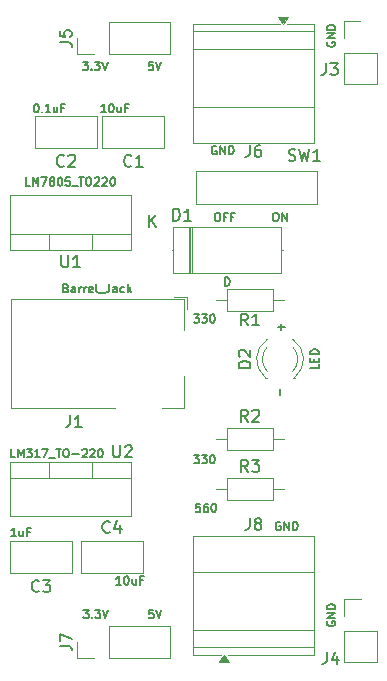
<source format=gbr>
%TF.GenerationSoftware,KiCad,Pcbnew,9.0.7*%
%TF.CreationDate,2026-02-03T13:24:39+02:00*%
%TF.ProjectId,Breadboard_Power_Supply,42726561-6462-46f6-9172-645f506f7765,rev?*%
%TF.SameCoordinates,Original*%
%TF.FileFunction,Legend,Top*%
%TF.FilePolarity,Positive*%
%FSLAX46Y46*%
G04 Gerber Fmt 4.6, Leading zero omitted, Abs format (unit mm)*
G04 Created by KiCad (PCBNEW 9.0.7) date 2026-02-03 13:24:39*
%MOMM*%
%LPD*%
G01*
G04 APERTURE LIST*
%ADD10C,0.175000*%
%ADD11C,0.150000*%
%ADD12C,0.120000*%
G04 APERTURE END LIST*
D10*
X130282664Y-98044566D02*
X130215997Y-98011233D01*
X130215997Y-98011233D02*
X130115997Y-98011233D01*
X130115997Y-98011233D02*
X130015997Y-98044566D01*
X130015997Y-98044566D02*
X129949331Y-98111233D01*
X129949331Y-98111233D02*
X129915997Y-98177900D01*
X129915997Y-98177900D02*
X129882664Y-98311233D01*
X129882664Y-98311233D02*
X129882664Y-98411233D01*
X129882664Y-98411233D02*
X129915997Y-98544566D01*
X129915997Y-98544566D02*
X129949331Y-98611233D01*
X129949331Y-98611233D02*
X130015997Y-98677900D01*
X130015997Y-98677900D02*
X130115997Y-98711233D01*
X130115997Y-98711233D02*
X130182664Y-98711233D01*
X130182664Y-98711233D02*
X130282664Y-98677900D01*
X130282664Y-98677900D02*
X130315997Y-98644566D01*
X130315997Y-98644566D02*
X130315997Y-98411233D01*
X130315997Y-98411233D02*
X130182664Y-98411233D01*
X130615997Y-98711233D02*
X130615997Y-98011233D01*
X130615997Y-98011233D02*
X131015997Y-98711233D01*
X131015997Y-98711233D02*
X131015997Y-98011233D01*
X131349330Y-98711233D02*
X131349330Y-98011233D01*
X131349330Y-98011233D02*
X131515997Y-98011233D01*
X131515997Y-98011233D02*
X131615997Y-98044566D01*
X131615997Y-98044566D02*
X131682664Y-98111233D01*
X131682664Y-98111233D02*
X131715997Y-98177900D01*
X131715997Y-98177900D02*
X131749330Y-98311233D01*
X131749330Y-98311233D02*
X131749330Y-98411233D01*
X131749330Y-98411233D02*
X131715997Y-98544566D01*
X131715997Y-98544566D02*
X131682664Y-98611233D01*
X131682664Y-98611233D02*
X131615997Y-98677900D01*
X131615997Y-98677900D02*
X131515997Y-98711233D01*
X131515997Y-98711233D02*
X131349330Y-98711233D01*
X124875131Y-71849233D02*
X125008464Y-71849233D01*
X125008464Y-71849233D02*
X125075131Y-71882566D01*
X125075131Y-71882566D02*
X125141797Y-71949233D01*
X125141797Y-71949233D02*
X125175131Y-72082566D01*
X125175131Y-72082566D02*
X125175131Y-72315900D01*
X125175131Y-72315900D02*
X125141797Y-72449233D01*
X125141797Y-72449233D02*
X125075131Y-72515900D01*
X125075131Y-72515900D02*
X125008464Y-72549233D01*
X125008464Y-72549233D02*
X124875131Y-72549233D01*
X124875131Y-72549233D02*
X124808464Y-72515900D01*
X124808464Y-72515900D02*
X124741797Y-72449233D01*
X124741797Y-72449233D02*
X124708464Y-72315900D01*
X124708464Y-72315900D02*
X124708464Y-72082566D01*
X124708464Y-72082566D02*
X124741797Y-71949233D01*
X124741797Y-71949233D02*
X124808464Y-71882566D01*
X124808464Y-71882566D02*
X124875131Y-71849233D01*
X125708464Y-72182566D02*
X125475130Y-72182566D01*
X125475130Y-72549233D02*
X125475130Y-71849233D01*
X125475130Y-71849233D02*
X125808464Y-71849233D01*
X126308464Y-72182566D02*
X126075130Y-72182566D01*
X126075130Y-72549233D02*
X126075130Y-71849233D01*
X126075130Y-71849233D02*
X126408464Y-71849233D01*
X134261766Y-57415935D02*
X134228433Y-57482602D01*
X134228433Y-57482602D02*
X134228433Y-57582602D01*
X134228433Y-57582602D02*
X134261766Y-57682602D01*
X134261766Y-57682602D02*
X134328433Y-57749269D01*
X134328433Y-57749269D02*
X134395100Y-57782602D01*
X134395100Y-57782602D02*
X134528433Y-57815935D01*
X134528433Y-57815935D02*
X134628433Y-57815935D01*
X134628433Y-57815935D02*
X134761766Y-57782602D01*
X134761766Y-57782602D02*
X134828433Y-57749269D01*
X134828433Y-57749269D02*
X134895100Y-57682602D01*
X134895100Y-57682602D02*
X134928433Y-57582602D01*
X134928433Y-57582602D02*
X134928433Y-57515935D01*
X134928433Y-57515935D02*
X134895100Y-57415935D01*
X134895100Y-57415935D02*
X134861766Y-57382602D01*
X134861766Y-57382602D02*
X134628433Y-57382602D01*
X134628433Y-57382602D02*
X134628433Y-57515935D01*
X134928433Y-57082602D02*
X134228433Y-57082602D01*
X134228433Y-57082602D02*
X134928433Y-56682602D01*
X134928433Y-56682602D02*
X134228433Y-56682602D01*
X134928433Y-56349269D02*
X134228433Y-56349269D01*
X134228433Y-56349269D02*
X134228433Y-56182602D01*
X134228433Y-56182602D02*
X134261766Y-56082602D01*
X134261766Y-56082602D02*
X134328433Y-56015936D01*
X134328433Y-56015936D02*
X134395100Y-55982602D01*
X134395100Y-55982602D02*
X134528433Y-55949269D01*
X134528433Y-55949269D02*
X134628433Y-55949269D01*
X134628433Y-55949269D02*
X134761766Y-55982602D01*
X134761766Y-55982602D02*
X134828433Y-56015936D01*
X134828433Y-56015936D02*
X134895100Y-56082602D01*
X134895100Y-56082602D02*
X134928433Y-56182602D01*
X134928433Y-56182602D02*
X134928433Y-56349269D01*
X129828131Y-71849233D02*
X129961464Y-71849233D01*
X129961464Y-71849233D02*
X130028131Y-71882566D01*
X130028131Y-71882566D02*
X130094797Y-71949233D01*
X130094797Y-71949233D02*
X130128131Y-72082566D01*
X130128131Y-72082566D02*
X130128131Y-72315900D01*
X130128131Y-72315900D02*
X130094797Y-72449233D01*
X130094797Y-72449233D02*
X130028131Y-72515900D01*
X130028131Y-72515900D02*
X129961464Y-72549233D01*
X129961464Y-72549233D02*
X129828131Y-72549233D01*
X129828131Y-72549233D02*
X129761464Y-72515900D01*
X129761464Y-72515900D02*
X129694797Y-72449233D01*
X129694797Y-72449233D02*
X129661464Y-72315900D01*
X129661464Y-72315900D02*
X129661464Y-72082566D01*
X129661464Y-72082566D02*
X129694797Y-71949233D01*
X129694797Y-71949233D02*
X129761464Y-71882566D01*
X129761464Y-71882566D02*
X129828131Y-71849233D01*
X130428130Y-72549233D02*
X130428130Y-71849233D01*
X130428130Y-71849233D02*
X130828130Y-72549233D01*
X130828130Y-72549233D02*
X130828130Y-71849233D01*
X130270766Y-87322802D02*
X130270766Y-86789469D01*
X113600731Y-105478833D02*
X114034064Y-105478833D01*
X114034064Y-105478833D02*
X113800731Y-105745500D01*
X113800731Y-105745500D02*
X113900731Y-105745500D01*
X113900731Y-105745500D02*
X113967397Y-105778833D01*
X113967397Y-105778833D02*
X114000731Y-105812166D01*
X114000731Y-105812166D02*
X114034064Y-105878833D01*
X114034064Y-105878833D02*
X114034064Y-106045500D01*
X114034064Y-106045500D02*
X114000731Y-106112166D01*
X114000731Y-106112166D02*
X113967397Y-106145500D01*
X113967397Y-106145500D02*
X113900731Y-106178833D01*
X113900731Y-106178833D02*
X113700731Y-106178833D01*
X113700731Y-106178833D02*
X113634064Y-106145500D01*
X113634064Y-106145500D02*
X113600731Y-106112166D01*
X114334064Y-106112166D02*
X114367398Y-106145500D01*
X114367398Y-106145500D02*
X114334064Y-106178833D01*
X114334064Y-106178833D02*
X114300731Y-106145500D01*
X114300731Y-106145500D02*
X114334064Y-106112166D01*
X114334064Y-106112166D02*
X114334064Y-106178833D01*
X114600731Y-105478833D02*
X115034064Y-105478833D01*
X115034064Y-105478833D02*
X114800731Y-105745500D01*
X114800731Y-105745500D02*
X114900731Y-105745500D01*
X114900731Y-105745500D02*
X114967397Y-105778833D01*
X114967397Y-105778833D02*
X115000731Y-105812166D01*
X115000731Y-105812166D02*
X115034064Y-105878833D01*
X115034064Y-105878833D02*
X115034064Y-106045500D01*
X115034064Y-106045500D02*
X115000731Y-106112166D01*
X115000731Y-106112166D02*
X114967397Y-106145500D01*
X114967397Y-106145500D02*
X114900731Y-106178833D01*
X114900731Y-106178833D02*
X114700731Y-106178833D01*
X114700731Y-106178833D02*
X114634064Y-106145500D01*
X114634064Y-106145500D02*
X114600731Y-106112166D01*
X115234064Y-105478833D02*
X115467398Y-106178833D01*
X115467398Y-106178833D02*
X115700731Y-105478833D01*
X124847064Y-66243766D02*
X124780397Y-66210433D01*
X124780397Y-66210433D02*
X124680397Y-66210433D01*
X124680397Y-66210433D02*
X124580397Y-66243766D01*
X124580397Y-66243766D02*
X124513731Y-66310433D01*
X124513731Y-66310433D02*
X124480397Y-66377100D01*
X124480397Y-66377100D02*
X124447064Y-66510433D01*
X124447064Y-66510433D02*
X124447064Y-66610433D01*
X124447064Y-66610433D02*
X124480397Y-66743766D01*
X124480397Y-66743766D02*
X124513731Y-66810433D01*
X124513731Y-66810433D02*
X124580397Y-66877100D01*
X124580397Y-66877100D02*
X124680397Y-66910433D01*
X124680397Y-66910433D02*
X124747064Y-66910433D01*
X124747064Y-66910433D02*
X124847064Y-66877100D01*
X124847064Y-66877100D02*
X124880397Y-66843766D01*
X124880397Y-66843766D02*
X124880397Y-66610433D01*
X124880397Y-66610433D02*
X124747064Y-66610433D01*
X125180397Y-66910433D02*
X125180397Y-66210433D01*
X125180397Y-66210433D02*
X125580397Y-66910433D01*
X125580397Y-66910433D02*
X125580397Y-66210433D01*
X125913730Y-66910433D02*
X125913730Y-66210433D01*
X125913730Y-66210433D02*
X126080397Y-66210433D01*
X126080397Y-66210433D02*
X126180397Y-66243766D01*
X126180397Y-66243766D02*
X126247064Y-66310433D01*
X126247064Y-66310433D02*
X126280397Y-66377100D01*
X126280397Y-66377100D02*
X126313730Y-66510433D01*
X126313730Y-66510433D02*
X126313730Y-66610433D01*
X126313730Y-66610433D02*
X126280397Y-66743766D01*
X126280397Y-66743766D02*
X126247064Y-66810433D01*
X126247064Y-66810433D02*
X126180397Y-66877100D01*
X126180397Y-66877100D02*
X126080397Y-66910433D01*
X126080397Y-66910433D02*
X125913730Y-66910433D01*
X113549931Y-59073033D02*
X113983264Y-59073033D01*
X113983264Y-59073033D02*
X113749931Y-59339700D01*
X113749931Y-59339700D02*
X113849931Y-59339700D01*
X113849931Y-59339700D02*
X113916597Y-59373033D01*
X113916597Y-59373033D02*
X113949931Y-59406366D01*
X113949931Y-59406366D02*
X113983264Y-59473033D01*
X113983264Y-59473033D02*
X113983264Y-59639700D01*
X113983264Y-59639700D02*
X113949931Y-59706366D01*
X113949931Y-59706366D02*
X113916597Y-59739700D01*
X113916597Y-59739700D02*
X113849931Y-59773033D01*
X113849931Y-59773033D02*
X113649931Y-59773033D01*
X113649931Y-59773033D02*
X113583264Y-59739700D01*
X113583264Y-59739700D02*
X113549931Y-59706366D01*
X114283264Y-59706366D02*
X114316598Y-59739700D01*
X114316598Y-59739700D02*
X114283264Y-59773033D01*
X114283264Y-59773033D02*
X114249931Y-59739700D01*
X114249931Y-59739700D02*
X114283264Y-59706366D01*
X114283264Y-59706366D02*
X114283264Y-59773033D01*
X114549931Y-59073033D02*
X114983264Y-59073033D01*
X114983264Y-59073033D02*
X114749931Y-59339700D01*
X114749931Y-59339700D02*
X114849931Y-59339700D01*
X114849931Y-59339700D02*
X114916597Y-59373033D01*
X114916597Y-59373033D02*
X114949931Y-59406366D01*
X114949931Y-59406366D02*
X114983264Y-59473033D01*
X114983264Y-59473033D02*
X114983264Y-59639700D01*
X114983264Y-59639700D02*
X114949931Y-59706366D01*
X114949931Y-59706366D02*
X114916597Y-59739700D01*
X114916597Y-59739700D02*
X114849931Y-59773033D01*
X114849931Y-59773033D02*
X114649931Y-59773033D01*
X114649931Y-59773033D02*
X114583264Y-59739700D01*
X114583264Y-59739700D02*
X114549931Y-59706366D01*
X115183264Y-59073033D02*
X115416598Y-59773033D01*
X115416598Y-59773033D02*
X115649931Y-59073033D01*
X130372366Y-81811002D02*
X130372366Y-81277669D01*
X130639033Y-81544335D02*
X130105700Y-81544335D01*
X119512531Y-105478833D02*
X119179197Y-105478833D01*
X119179197Y-105478833D02*
X119145864Y-105812166D01*
X119145864Y-105812166D02*
X119179197Y-105778833D01*
X119179197Y-105778833D02*
X119245864Y-105745500D01*
X119245864Y-105745500D02*
X119412531Y-105745500D01*
X119412531Y-105745500D02*
X119479197Y-105778833D01*
X119479197Y-105778833D02*
X119512531Y-105812166D01*
X119512531Y-105812166D02*
X119545864Y-105878833D01*
X119545864Y-105878833D02*
X119545864Y-106045500D01*
X119545864Y-106045500D02*
X119512531Y-106112166D01*
X119512531Y-106112166D02*
X119479197Y-106145500D01*
X119479197Y-106145500D02*
X119412531Y-106178833D01*
X119412531Y-106178833D02*
X119245864Y-106178833D01*
X119245864Y-106178833D02*
X119179197Y-106145500D01*
X119179197Y-106145500D02*
X119145864Y-106112166D01*
X119745864Y-105478833D02*
X119979198Y-106178833D01*
X119979198Y-106178833D02*
X120212531Y-105478833D01*
X119487131Y-59073033D02*
X119153797Y-59073033D01*
X119153797Y-59073033D02*
X119120464Y-59406366D01*
X119120464Y-59406366D02*
X119153797Y-59373033D01*
X119153797Y-59373033D02*
X119220464Y-59339700D01*
X119220464Y-59339700D02*
X119387131Y-59339700D01*
X119387131Y-59339700D02*
X119453797Y-59373033D01*
X119453797Y-59373033D02*
X119487131Y-59406366D01*
X119487131Y-59406366D02*
X119520464Y-59473033D01*
X119520464Y-59473033D02*
X119520464Y-59639700D01*
X119520464Y-59639700D02*
X119487131Y-59706366D01*
X119487131Y-59706366D02*
X119453797Y-59739700D01*
X119453797Y-59739700D02*
X119387131Y-59773033D01*
X119387131Y-59773033D02*
X119220464Y-59773033D01*
X119220464Y-59773033D02*
X119153797Y-59739700D01*
X119153797Y-59739700D02*
X119120464Y-59706366D01*
X119720464Y-59073033D02*
X119953798Y-59773033D01*
X119953798Y-59773033D02*
X120187131Y-59073033D01*
X134261766Y-106463335D02*
X134228433Y-106530002D01*
X134228433Y-106530002D02*
X134228433Y-106630002D01*
X134228433Y-106630002D02*
X134261766Y-106730002D01*
X134261766Y-106730002D02*
X134328433Y-106796669D01*
X134328433Y-106796669D02*
X134395100Y-106830002D01*
X134395100Y-106830002D02*
X134528433Y-106863335D01*
X134528433Y-106863335D02*
X134628433Y-106863335D01*
X134628433Y-106863335D02*
X134761766Y-106830002D01*
X134761766Y-106830002D02*
X134828433Y-106796669D01*
X134828433Y-106796669D02*
X134895100Y-106730002D01*
X134895100Y-106730002D02*
X134928433Y-106630002D01*
X134928433Y-106630002D02*
X134928433Y-106563335D01*
X134928433Y-106563335D02*
X134895100Y-106463335D01*
X134895100Y-106463335D02*
X134861766Y-106430002D01*
X134861766Y-106430002D02*
X134628433Y-106430002D01*
X134628433Y-106430002D02*
X134628433Y-106563335D01*
X134928433Y-106130002D02*
X134228433Y-106130002D01*
X134228433Y-106130002D02*
X134928433Y-105730002D01*
X134928433Y-105730002D02*
X134228433Y-105730002D01*
X134928433Y-105396669D02*
X134228433Y-105396669D01*
X134228433Y-105396669D02*
X134228433Y-105230002D01*
X134228433Y-105230002D02*
X134261766Y-105130002D01*
X134261766Y-105130002D02*
X134328433Y-105063336D01*
X134328433Y-105063336D02*
X134395100Y-105030002D01*
X134395100Y-105030002D02*
X134528433Y-104996669D01*
X134528433Y-104996669D02*
X134628433Y-104996669D01*
X134628433Y-104996669D02*
X134761766Y-105030002D01*
X134761766Y-105030002D02*
X134828433Y-105063336D01*
X134828433Y-105063336D02*
X134895100Y-105130002D01*
X134895100Y-105130002D02*
X134928433Y-105230002D01*
X134928433Y-105230002D02*
X134928433Y-105396669D01*
D11*
X127533333Y-93784819D02*
X127200000Y-93308628D01*
X126961905Y-93784819D02*
X126961905Y-92784819D01*
X126961905Y-92784819D02*
X127342857Y-92784819D01*
X127342857Y-92784819D02*
X127438095Y-92832438D01*
X127438095Y-92832438D02*
X127485714Y-92880057D01*
X127485714Y-92880057D02*
X127533333Y-92975295D01*
X127533333Y-92975295D02*
X127533333Y-93118152D01*
X127533333Y-93118152D02*
X127485714Y-93213390D01*
X127485714Y-93213390D02*
X127438095Y-93261009D01*
X127438095Y-93261009D02*
X127342857Y-93308628D01*
X127342857Y-93308628D02*
X126961905Y-93308628D01*
X127866667Y-92784819D02*
X128485714Y-92784819D01*
X128485714Y-92784819D02*
X128152381Y-93165771D01*
X128152381Y-93165771D02*
X128295238Y-93165771D01*
X128295238Y-93165771D02*
X128390476Y-93213390D01*
X128390476Y-93213390D02*
X128438095Y-93261009D01*
X128438095Y-93261009D02*
X128485714Y-93356247D01*
X128485714Y-93356247D02*
X128485714Y-93594342D01*
X128485714Y-93594342D02*
X128438095Y-93689580D01*
X128438095Y-93689580D02*
X128390476Y-93737200D01*
X128390476Y-93737200D02*
X128295238Y-93784819D01*
X128295238Y-93784819D02*
X128009524Y-93784819D01*
X128009524Y-93784819D02*
X127914286Y-93737200D01*
X127914286Y-93737200D02*
X127866667Y-93689580D01*
X123477400Y-96491633D02*
X123144066Y-96491633D01*
X123144066Y-96491633D02*
X123110733Y-96824966D01*
X123110733Y-96824966D02*
X123144066Y-96791633D01*
X123144066Y-96791633D02*
X123210733Y-96758300D01*
X123210733Y-96758300D02*
X123377400Y-96758300D01*
X123377400Y-96758300D02*
X123444066Y-96791633D01*
X123444066Y-96791633D02*
X123477400Y-96824966D01*
X123477400Y-96824966D02*
X123510733Y-96891633D01*
X123510733Y-96891633D02*
X123510733Y-97058300D01*
X123510733Y-97058300D02*
X123477400Y-97124966D01*
X123477400Y-97124966D02*
X123444066Y-97158300D01*
X123444066Y-97158300D02*
X123377400Y-97191633D01*
X123377400Y-97191633D02*
X123210733Y-97191633D01*
X123210733Y-97191633D02*
X123144066Y-97158300D01*
X123144066Y-97158300D02*
X123110733Y-97124966D01*
X124110733Y-96491633D02*
X123977400Y-96491633D01*
X123977400Y-96491633D02*
X123910733Y-96524966D01*
X123910733Y-96524966D02*
X123877400Y-96558300D01*
X123877400Y-96558300D02*
X123810733Y-96658300D01*
X123810733Y-96658300D02*
X123777400Y-96791633D01*
X123777400Y-96791633D02*
X123777400Y-97058300D01*
X123777400Y-97058300D02*
X123810733Y-97124966D01*
X123810733Y-97124966D02*
X123844067Y-97158300D01*
X123844067Y-97158300D02*
X123910733Y-97191633D01*
X123910733Y-97191633D02*
X124044067Y-97191633D01*
X124044067Y-97191633D02*
X124110733Y-97158300D01*
X124110733Y-97158300D02*
X124144067Y-97124966D01*
X124144067Y-97124966D02*
X124177400Y-97058300D01*
X124177400Y-97058300D02*
X124177400Y-96891633D01*
X124177400Y-96891633D02*
X124144067Y-96824966D01*
X124144067Y-96824966D02*
X124110733Y-96791633D01*
X124110733Y-96791633D02*
X124044067Y-96758300D01*
X124044067Y-96758300D02*
X123910733Y-96758300D01*
X123910733Y-96758300D02*
X123844067Y-96791633D01*
X123844067Y-96791633D02*
X123810733Y-96824966D01*
X123810733Y-96824966D02*
X123777400Y-96891633D01*
X124610734Y-96491633D02*
X124677400Y-96491633D01*
X124677400Y-96491633D02*
X124744067Y-96524966D01*
X124744067Y-96524966D02*
X124777400Y-96558300D01*
X124777400Y-96558300D02*
X124810734Y-96624966D01*
X124810734Y-96624966D02*
X124844067Y-96758300D01*
X124844067Y-96758300D02*
X124844067Y-96924966D01*
X124844067Y-96924966D02*
X124810734Y-97058300D01*
X124810734Y-97058300D02*
X124777400Y-97124966D01*
X124777400Y-97124966D02*
X124744067Y-97158300D01*
X124744067Y-97158300D02*
X124677400Y-97191633D01*
X124677400Y-97191633D02*
X124610734Y-97191633D01*
X124610734Y-97191633D02*
X124544067Y-97158300D01*
X124544067Y-97158300D02*
X124510734Y-97124966D01*
X124510734Y-97124966D02*
X124477400Y-97058300D01*
X124477400Y-97058300D02*
X124444067Y-96924966D01*
X124444067Y-96924966D02*
X124444067Y-96758300D01*
X124444067Y-96758300D02*
X124477400Y-96624966D01*
X124477400Y-96624966D02*
X124510734Y-96558300D01*
X124510734Y-96558300D02*
X124544067Y-96524966D01*
X124544067Y-96524966D02*
X124610734Y-96491633D01*
X121207305Y-72516419D02*
X121207305Y-71516419D01*
X121207305Y-71516419D02*
X121445400Y-71516419D01*
X121445400Y-71516419D02*
X121588257Y-71564038D01*
X121588257Y-71564038D02*
X121683495Y-71659276D01*
X121683495Y-71659276D02*
X121731114Y-71754514D01*
X121731114Y-71754514D02*
X121778733Y-71944990D01*
X121778733Y-71944990D02*
X121778733Y-72087847D01*
X121778733Y-72087847D02*
X121731114Y-72278323D01*
X121731114Y-72278323D02*
X121683495Y-72373561D01*
X121683495Y-72373561D02*
X121588257Y-72468800D01*
X121588257Y-72468800D02*
X121445400Y-72516419D01*
X121445400Y-72516419D02*
X121207305Y-72516419D01*
X122731114Y-72516419D02*
X122159686Y-72516419D01*
X122445400Y-72516419D02*
X122445400Y-71516419D01*
X122445400Y-71516419D02*
X122350162Y-71659276D01*
X122350162Y-71659276D02*
X122254924Y-71754514D01*
X122254924Y-71754514D02*
X122159686Y-71802133D01*
X125597466Y-78040033D02*
X125597466Y-77340033D01*
X125597466Y-77340033D02*
X125764133Y-77340033D01*
X125764133Y-77340033D02*
X125864133Y-77373366D01*
X125864133Y-77373366D02*
X125930800Y-77440033D01*
X125930800Y-77440033D02*
X125964133Y-77506700D01*
X125964133Y-77506700D02*
X125997466Y-77640033D01*
X125997466Y-77640033D02*
X125997466Y-77740033D01*
X125997466Y-77740033D02*
X125964133Y-77873366D01*
X125964133Y-77873366D02*
X125930800Y-77940033D01*
X125930800Y-77940033D02*
X125864133Y-78006700D01*
X125864133Y-78006700D02*
X125764133Y-78040033D01*
X125764133Y-78040033D02*
X125597466Y-78040033D01*
X119168895Y-73086419D02*
X119168895Y-72086419D01*
X119740323Y-73086419D02*
X119311752Y-72514990D01*
X119740323Y-72086419D02*
X119168895Y-72657847D01*
X111943533Y-67859580D02*
X111895914Y-67907200D01*
X111895914Y-67907200D02*
X111753057Y-67954819D01*
X111753057Y-67954819D02*
X111657819Y-67954819D01*
X111657819Y-67954819D02*
X111514962Y-67907200D01*
X111514962Y-67907200D02*
X111419724Y-67811961D01*
X111419724Y-67811961D02*
X111372105Y-67716723D01*
X111372105Y-67716723D02*
X111324486Y-67526247D01*
X111324486Y-67526247D02*
X111324486Y-67383390D01*
X111324486Y-67383390D02*
X111372105Y-67192914D01*
X111372105Y-67192914D02*
X111419724Y-67097676D01*
X111419724Y-67097676D02*
X111514962Y-67002438D01*
X111514962Y-67002438D02*
X111657819Y-66954819D01*
X111657819Y-66954819D02*
X111753057Y-66954819D01*
X111753057Y-66954819D02*
X111895914Y-67002438D01*
X111895914Y-67002438D02*
X111943533Y-67050057D01*
X112324486Y-67050057D02*
X112372105Y-67002438D01*
X112372105Y-67002438D02*
X112467343Y-66954819D01*
X112467343Y-66954819D02*
X112705438Y-66954819D01*
X112705438Y-66954819D02*
X112800676Y-67002438D01*
X112800676Y-67002438D02*
X112848295Y-67050057D01*
X112848295Y-67050057D02*
X112895914Y-67145295D01*
X112895914Y-67145295D02*
X112895914Y-67240533D01*
X112895914Y-67240533D02*
X112848295Y-67383390D01*
X112848295Y-67383390D02*
X112276867Y-67954819D01*
X112276867Y-67954819D02*
X112895914Y-67954819D01*
X109568600Y-62658833D02*
X109635266Y-62658833D01*
X109635266Y-62658833D02*
X109701933Y-62692166D01*
X109701933Y-62692166D02*
X109735266Y-62725500D01*
X109735266Y-62725500D02*
X109768600Y-62792166D01*
X109768600Y-62792166D02*
X109801933Y-62925500D01*
X109801933Y-62925500D02*
X109801933Y-63092166D01*
X109801933Y-63092166D02*
X109768600Y-63225500D01*
X109768600Y-63225500D02*
X109735266Y-63292166D01*
X109735266Y-63292166D02*
X109701933Y-63325500D01*
X109701933Y-63325500D02*
X109635266Y-63358833D01*
X109635266Y-63358833D02*
X109568600Y-63358833D01*
X109568600Y-63358833D02*
X109501933Y-63325500D01*
X109501933Y-63325500D02*
X109468600Y-63292166D01*
X109468600Y-63292166D02*
X109435266Y-63225500D01*
X109435266Y-63225500D02*
X109401933Y-63092166D01*
X109401933Y-63092166D02*
X109401933Y-62925500D01*
X109401933Y-62925500D02*
X109435266Y-62792166D01*
X109435266Y-62792166D02*
X109468600Y-62725500D01*
X109468600Y-62725500D02*
X109501933Y-62692166D01*
X109501933Y-62692166D02*
X109568600Y-62658833D01*
X110101933Y-63292166D02*
X110135267Y-63325500D01*
X110135267Y-63325500D02*
X110101933Y-63358833D01*
X110101933Y-63358833D02*
X110068600Y-63325500D01*
X110068600Y-63325500D02*
X110101933Y-63292166D01*
X110101933Y-63292166D02*
X110101933Y-63358833D01*
X110801933Y-63358833D02*
X110401933Y-63358833D01*
X110601933Y-63358833D02*
X110601933Y-62658833D01*
X110601933Y-62658833D02*
X110535266Y-62758833D01*
X110535266Y-62758833D02*
X110468600Y-62825500D01*
X110468600Y-62825500D02*
X110401933Y-62858833D01*
X111401933Y-62892166D02*
X111401933Y-63358833D01*
X111101933Y-62892166D02*
X111101933Y-63258833D01*
X111101933Y-63258833D02*
X111135267Y-63325500D01*
X111135267Y-63325500D02*
X111201933Y-63358833D01*
X111201933Y-63358833D02*
X111301933Y-63358833D01*
X111301933Y-63358833D02*
X111368600Y-63325500D01*
X111368600Y-63325500D02*
X111401933Y-63292166D01*
X111968600Y-62992166D02*
X111735266Y-62992166D01*
X111735266Y-63358833D02*
X111735266Y-62658833D01*
X111735266Y-62658833D02*
X112068600Y-62658833D01*
X109833333Y-103859580D02*
X109785714Y-103907200D01*
X109785714Y-103907200D02*
X109642857Y-103954819D01*
X109642857Y-103954819D02*
X109547619Y-103954819D01*
X109547619Y-103954819D02*
X109404762Y-103907200D01*
X109404762Y-103907200D02*
X109309524Y-103811961D01*
X109309524Y-103811961D02*
X109261905Y-103716723D01*
X109261905Y-103716723D02*
X109214286Y-103526247D01*
X109214286Y-103526247D02*
X109214286Y-103383390D01*
X109214286Y-103383390D02*
X109261905Y-103192914D01*
X109261905Y-103192914D02*
X109309524Y-103097676D01*
X109309524Y-103097676D02*
X109404762Y-103002438D01*
X109404762Y-103002438D02*
X109547619Y-102954819D01*
X109547619Y-102954819D02*
X109642857Y-102954819D01*
X109642857Y-102954819D02*
X109785714Y-103002438D01*
X109785714Y-103002438D02*
X109833333Y-103050057D01*
X110166667Y-102954819D02*
X110785714Y-102954819D01*
X110785714Y-102954819D02*
X110452381Y-103335771D01*
X110452381Y-103335771D02*
X110595238Y-103335771D01*
X110595238Y-103335771D02*
X110690476Y-103383390D01*
X110690476Y-103383390D02*
X110738095Y-103431009D01*
X110738095Y-103431009D02*
X110785714Y-103526247D01*
X110785714Y-103526247D02*
X110785714Y-103764342D01*
X110785714Y-103764342D02*
X110738095Y-103859580D01*
X110738095Y-103859580D02*
X110690476Y-103907200D01*
X110690476Y-103907200D02*
X110595238Y-103954819D01*
X110595238Y-103954819D02*
X110309524Y-103954819D01*
X110309524Y-103954819D02*
X110214286Y-103907200D01*
X110214286Y-103907200D02*
X110166667Y-103859580D01*
X107888933Y-99249033D02*
X107488933Y-99249033D01*
X107688933Y-99249033D02*
X107688933Y-98549033D01*
X107688933Y-98549033D02*
X107622266Y-98649033D01*
X107622266Y-98649033D02*
X107555600Y-98715700D01*
X107555600Y-98715700D02*
X107488933Y-98749033D01*
X108488933Y-98782366D02*
X108488933Y-99249033D01*
X108188933Y-98782366D02*
X108188933Y-99149033D01*
X108188933Y-99149033D02*
X108222267Y-99215700D01*
X108222267Y-99215700D02*
X108288933Y-99249033D01*
X108288933Y-99249033D02*
X108388933Y-99249033D01*
X108388933Y-99249033D02*
X108455600Y-99215700D01*
X108455600Y-99215700D02*
X108488933Y-99182366D01*
X109055600Y-98882366D02*
X108822266Y-98882366D01*
X108822266Y-99249033D02*
X108822266Y-98549033D01*
X108822266Y-98549033D02*
X109155600Y-98549033D01*
X111599819Y-108533963D02*
X112314104Y-108533963D01*
X112314104Y-108533963D02*
X112456961Y-108581582D01*
X112456961Y-108581582D02*
X112552200Y-108676820D01*
X112552200Y-108676820D02*
X112599819Y-108819677D01*
X112599819Y-108819677D02*
X112599819Y-108914915D01*
X111599819Y-108153010D02*
X111599819Y-107486344D01*
X111599819Y-107486344D02*
X112599819Y-107914915D01*
X134131066Y-59195619D02*
X134131066Y-59909904D01*
X134131066Y-59909904D02*
X134083447Y-60052761D01*
X134083447Y-60052761D02*
X133988209Y-60148000D01*
X133988209Y-60148000D02*
X133845352Y-60195619D01*
X133845352Y-60195619D02*
X133750114Y-60195619D01*
X134512019Y-59195619D02*
X135131066Y-59195619D01*
X135131066Y-59195619D02*
X134797733Y-59576571D01*
X134797733Y-59576571D02*
X134940590Y-59576571D01*
X134940590Y-59576571D02*
X135035828Y-59624190D01*
X135035828Y-59624190D02*
X135083447Y-59671809D01*
X135083447Y-59671809D02*
X135131066Y-59767047D01*
X135131066Y-59767047D02*
X135131066Y-60005142D01*
X135131066Y-60005142D02*
X135083447Y-60100380D01*
X135083447Y-60100380D02*
X135035828Y-60148000D01*
X135035828Y-60148000D02*
X134940590Y-60195619D01*
X134940590Y-60195619D02*
X134654876Y-60195619D01*
X134654876Y-60195619D02*
X134559638Y-60148000D01*
X134559638Y-60148000D02*
X134512019Y-60100380D01*
X115833333Y-98859580D02*
X115785714Y-98907200D01*
X115785714Y-98907200D02*
X115642857Y-98954819D01*
X115642857Y-98954819D02*
X115547619Y-98954819D01*
X115547619Y-98954819D02*
X115404762Y-98907200D01*
X115404762Y-98907200D02*
X115309524Y-98811961D01*
X115309524Y-98811961D02*
X115261905Y-98716723D01*
X115261905Y-98716723D02*
X115214286Y-98526247D01*
X115214286Y-98526247D02*
X115214286Y-98383390D01*
X115214286Y-98383390D02*
X115261905Y-98192914D01*
X115261905Y-98192914D02*
X115309524Y-98097676D01*
X115309524Y-98097676D02*
X115404762Y-98002438D01*
X115404762Y-98002438D02*
X115547619Y-97954819D01*
X115547619Y-97954819D02*
X115642857Y-97954819D01*
X115642857Y-97954819D02*
X115785714Y-98002438D01*
X115785714Y-98002438D02*
X115833333Y-98050057D01*
X116690476Y-98288152D02*
X116690476Y-98954819D01*
X116452381Y-97907200D02*
X116214286Y-98621485D01*
X116214286Y-98621485D02*
X116833333Y-98621485D01*
X116775800Y-103338433D02*
X116375800Y-103338433D01*
X116575800Y-103338433D02*
X116575800Y-102638433D01*
X116575800Y-102638433D02*
X116509133Y-102738433D01*
X116509133Y-102738433D02*
X116442467Y-102805100D01*
X116442467Y-102805100D02*
X116375800Y-102838433D01*
X117209134Y-102638433D02*
X117275800Y-102638433D01*
X117275800Y-102638433D02*
X117342467Y-102671766D01*
X117342467Y-102671766D02*
X117375800Y-102705100D01*
X117375800Y-102705100D02*
X117409134Y-102771766D01*
X117409134Y-102771766D02*
X117442467Y-102905100D01*
X117442467Y-102905100D02*
X117442467Y-103071766D01*
X117442467Y-103071766D02*
X117409134Y-103205100D01*
X117409134Y-103205100D02*
X117375800Y-103271766D01*
X117375800Y-103271766D02*
X117342467Y-103305100D01*
X117342467Y-103305100D02*
X117275800Y-103338433D01*
X117275800Y-103338433D02*
X117209134Y-103338433D01*
X117209134Y-103338433D02*
X117142467Y-103305100D01*
X117142467Y-103305100D02*
X117109134Y-103271766D01*
X117109134Y-103271766D02*
X117075800Y-103205100D01*
X117075800Y-103205100D02*
X117042467Y-103071766D01*
X117042467Y-103071766D02*
X117042467Y-102905100D01*
X117042467Y-102905100D02*
X117075800Y-102771766D01*
X117075800Y-102771766D02*
X117109134Y-102705100D01*
X117109134Y-102705100D02*
X117142467Y-102671766D01*
X117142467Y-102671766D02*
X117209134Y-102638433D01*
X118042467Y-102871766D02*
X118042467Y-103338433D01*
X117742467Y-102871766D02*
X117742467Y-103238433D01*
X117742467Y-103238433D02*
X117775801Y-103305100D01*
X117775801Y-103305100D02*
X117842467Y-103338433D01*
X117842467Y-103338433D02*
X117942467Y-103338433D01*
X117942467Y-103338433D02*
X118009134Y-103305100D01*
X118009134Y-103305100D02*
X118042467Y-103271766D01*
X118609134Y-102971766D02*
X118375800Y-102971766D01*
X118375800Y-103338433D02*
X118375800Y-102638433D01*
X118375800Y-102638433D02*
X118709134Y-102638433D01*
X130975267Y-67412400D02*
X131118124Y-67460019D01*
X131118124Y-67460019D02*
X131356219Y-67460019D01*
X131356219Y-67460019D02*
X131451457Y-67412400D01*
X131451457Y-67412400D02*
X131499076Y-67364780D01*
X131499076Y-67364780D02*
X131546695Y-67269542D01*
X131546695Y-67269542D02*
X131546695Y-67174304D01*
X131546695Y-67174304D02*
X131499076Y-67079066D01*
X131499076Y-67079066D02*
X131451457Y-67031447D01*
X131451457Y-67031447D02*
X131356219Y-66983828D01*
X131356219Y-66983828D02*
X131165743Y-66936209D01*
X131165743Y-66936209D02*
X131070505Y-66888590D01*
X131070505Y-66888590D02*
X131022886Y-66840971D01*
X131022886Y-66840971D02*
X130975267Y-66745733D01*
X130975267Y-66745733D02*
X130975267Y-66650495D01*
X130975267Y-66650495D02*
X131022886Y-66555257D01*
X131022886Y-66555257D02*
X131070505Y-66507638D01*
X131070505Y-66507638D02*
X131165743Y-66460019D01*
X131165743Y-66460019D02*
X131403838Y-66460019D01*
X131403838Y-66460019D02*
X131546695Y-66507638D01*
X131880029Y-66460019D02*
X132118124Y-67460019D01*
X132118124Y-67460019D02*
X132308600Y-66745733D01*
X132308600Y-66745733D02*
X132499076Y-67460019D01*
X132499076Y-67460019D02*
X132737172Y-66460019D01*
X133641933Y-67460019D02*
X133070505Y-67460019D01*
X133356219Y-67460019D02*
X133356219Y-66460019D01*
X133356219Y-66460019D02*
X133260981Y-66602876D01*
X133260981Y-66602876D02*
X133165743Y-66698114D01*
X133165743Y-66698114D02*
X133070505Y-66745733D01*
X111738095Y-75474819D02*
X111738095Y-76284342D01*
X111738095Y-76284342D02*
X111785714Y-76379580D01*
X111785714Y-76379580D02*
X111833333Y-76427200D01*
X111833333Y-76427200D02*
X111928571Y-76474819D01*
X111928571Y-76474819D02*
X112119047Y-76474819D01*
X112119047Y-76474819D02*
X112214285Y-76427200D01*
X112214285Y-76427200D02*
X112261904Y-76379580D01*
X112261904Y-76379580D02*
X112309523Y-76284342D01*
X112309523Y-76284342D02*
X112309523Y-75474819D01*
X113309523Y-76474819D02*
X112738095Y-76474819D01*
X113023809Y-76474819D02*
X113023809Y-75474819D01*
X113023809Y-75474819D02*
X112928571Y-75617676D01*
X112928571Y-75617676D02*
X112833333Y-75712914D01*
X112833333Y-75712914D02*
X112738095Y-75760533D01*
X109083333Y-69566033D02*
X108749999Y-69566033D01*
X108749999Y-69566033D02*
X108749999Y-68866033D01*
X109316666Y-69566033D02*
X109316666Y-68866033D01*
X109316666Y-68866033D02*
X109550000Y-69366033D01*
X109550000Y-69366033D02*
X109783333Y-68866033D01*
X109783333Y-68866033D02*
X109783333Y-69566033D01*
X110050000Y-68866033D02*
X110516666Y-68866033D01*
X110516666Y-68866033D02*
X110216666Y-69566033D01*
X110883333Y-69166033D02*
X110816667Y-69132700D01*
X110816667Y-69132700D02*
X110783333Y-69099366D01*
X110783333Y-69099366D02*
X110750000Y-69032700D01*
X110750000Y-69032700D02*
X110750000Y-68999366D01*
X110750000Y-68999366D02*
X110783333Y-68932700D01*
X110783333Y-68932700D02*
X110816667Y-68899366D01*
X110816667Y-68899366D02*
X110883333Y-68866033D01*
X110883333Y-68866033D02*
X111016667Y-68866033D01*
X111016667Y-68866033D02*
X111083333Y-68899366D01*
X111083333Y-68899366D02*
X111116667Y-68932700D01*
X111116667Y-68932700D02*
X111150000Y-68999366D01*
X111150000Y-68999366D02*
X111150000Y-69032700D01*
X111150000Y-69032700D02*
X111116667Y-69099366D01*
X111116667Y-69099366D02*
X111083333Y-69132700D01*
X111083333Y-69132700D02*
X111016667Y-69166033D01*
X111016667Y-69166033D02*
X110883333Y-69166033D01*
X110883333Y-69166033D02*
X110816667Y-69199366D01*
X110816667Y-69199366D02*
X110783333Y-69232700D01*
X110783333Y-69232700D02*
X110750000Y-69299366D01*
X110750000Y-69299366D02*
X110750000Y-69432700D01*
X110750000Y-69432700D02*
X110783333Y-69499366D01*
X110783333Y-69499366D02*
X110816667Y-69532700D01*
X110816667Y-69532700D02*
X110883333Y-69566033D01*
X110883333Y-69566033D02*
X111016667Y-69566033D01*
X111016667Y-69566033D02*
X111083333Y-69532700D01*
X111083333Y-69532700D02*
X111116667Y-69499366D01*
X111116667Y-69499366D02*
X111150000Y-69432700D01*
X111150000Y-69432700D02*
X111150000Y-69299366D01*
X111150000Y-69299366D02*
X111116667Y-69232700D01*
X111116667Y-69232700D02*
X111083333Y-69199366D01*
X111083333Y-69199366D02*
X111016667Y-69166033D01*
X111583334Y-68866033D02*
X111650000Y-68866033D01*
X111650000Y-68866033D02*
X111716667Y-68899366D01*
X111716667Y-68899366D02*
X111750000Y-68932700D01*
X111750000Y-68932700D02*
X111783334Y-68999366D01*
X111783334Y-68999366D02*
X111816667Y-69132700D01*
X111816667Y-69132700D02*
X111816667Y-69299366D01*
X111816667Y-69299366D02*
X111783334Y-69432700D01*
X111783334Y-69432700D02*
X111750000Y-69499366D01*
X111750000Y-69499366D02*
X111716667Y-69532700D01*
X111716667Y-69532700D02*
X111650000Y-69566033D01*
X111650000Y-69566033D02*
X111583334Y-69566033D01*
X111583334Y-69566033D02*
X111516667Y-69532700D01*
X111516667Y-69532700D02*
X111483334Y-69499366D01*
X111483334Y-69499366D02*
X111450000Y-69432700D01*
X111450000Y-69432700D02*
X111416667Y-69299366D01*
X111416667Y-69299366D02*
X111416667Y-69132700D01*
X111416667Y-69132700D02*
X111450000Y-68999366D01*
X111450000Y-68999366D02*
X111483334Y-68932700D01*
X111483334Y-68932700D02*
X111516667Y-68899366D01*
X111516667Y-68899366D02*
X111583334Y-68866033D01*
X112450001Y-68866033D02*
X112116667Y-68866033D01*
X112116667Y-68866033D02*
X112083334Y-69199366D01*
X112083334Y-69199366D02*
X112116667Y-69166033D01*
X112116667Y-69166033D02*
X112183334Y-69132700D01*
X112183334Y-69132700D02*
X112350001Y-69132700D01*
X112350001Y-69132700D02*
X112416667Y-69166033D01*
X112416667Y-69166033D02*
X112450001Y-69199366D01*
X112450001Y-69199366D02*
X112483334Y-69266033D01*
X112483334Y-69266033D02*
X112483334Y-69432700D01*
X112483334Y-69432700D02*
X112450001Y-69499366D01*
X112450001Y-69499366D02*
X112416667Y-69532700D01*
X112416667Y-69532700D02*
X112350001Y-69566033D01*
X112350001Y-69566033D02*
X112183334Y-69566033D01*
X112183334Y-69566033D02*
X112116667Y-69532700D01*
X112116667Y-69532700D02*
X112083334Y-69499366D01*
X112616668Y-69632700D02*
X113150001Y-69632700D01*
X113216667Y-68866033D02*
X113616667Y-68866033D01*
X113416667Y-69566033D02*
X113416667Y-68866033D01*
X113983334Y-68866033D02*
X114116667Y-68866033D01*
X114116667Y-68866033D02*
X114183334Y-68899366D01*
X114183334Y-68899366D02*
X114250000Y-68966033D01*
X114250000Y-68966033D02*
X114283334Y-69099366D01*
X114283334Y-69099366D02*
X114283334Y-69332700D01*
X114283334Y-69332700D02*
X114250000Y-69466033D01*
X114250000Y-69466033D02*
X114183334Y-69532700D01*
X114183334Y-69532700D02*
X114116667Y-69566033D01*
X114116667Y-69566033D02*
X113983334Y-69566033D01*
X113983334Y-69566033D02*
X113916667Y-69532700D01*
X113916667Y-69532700D02*
X113850000Y-69466033D01*
X113850000Y-69466033D02*
X113816667Y-69332700D01*
X113816667Y-69332700D02*
X113816667Y-69099366D01*
X113816667Y-69099366D02*
X113850000Y-68966033D01*
X113850000Y-68966033D02*
X113916667Y-68899366D01*
X113916667Y-68899366D02*
X113983334Y-68866033D01*
X114550000Y-68932700D02*
X114583333Y-68899366D01*
X114583333Y-68899366D02*
X114650000Y-68866033D01*
X114650000Y-68866033D02*
X114816667Y-68866033D01*
X114816667Y-68866033D02*
X114883333Y-68899366D01*
X114883333Y-68899366D02*
X114916667Y-68932700D01*
X114916667Y-68932700D02*
X114950000Y-68999366D01*
X114950000Y-68999366D02*
X114950000Y-69066033D01*
X114950000Y-69066033D02*
X114916667Y-69166033D01*
X114916667Y-69166033D02*
X114516667Y-69566033D01*
X114516667Y-69566033D02*
X114950000Y-69566033D01*
X115216667Y-68932700D02*
X115250000Y-68899366D01*
X115250000Y-68899366D02*
X115316667Y-68866033D01*
X115316667Y-68866033D02*
X115483334Y-68866033D01*
X115483334Y-68866033D02*
X115550000Y-68899366D01*
X115550000Y-68899366D02*
X115583334Y-68932700D01*
X115583334Y-68932700D02*
X115616667Y-68999366D01*
X115616667Y-68999366D02*
X115616667Y-69066033D01*
X115616667Y-69066033D02*
X115583334Y-69166033D01*
X115583334Y-69166033D02*
X115183334Y-69566033D01*
X115183334Y-69566033D02*
X115616667Y-69566033D01*
X116050001Y-68866033D02*
X116116667Y-68866033D01*
X116116667Y-68866033D02*
X116183334Y-68899366D01*
X116183334Y-68899366D02*
X116216667Y-68932700D01*
X116216667Y-68932700D02*
X116250001Y-68999366D01*
X116250001Y-68999366D02*
X116283334Y-69132700D01*
X116283334Y-69132700D02*
X116283334Y-69299366D01*
X116283334Y-69299366D02*
X116250001Y-69432700D01*
X116250001Y-69432700D02*
X116216667Y-69499366D01*
X116216667Y-69499366D02*
X116183334Y-69532700D01*
X116183334Y-69532700D02*
X116116667Y-69566033D01*
X116116667Y-69566033D02*
X116050001Y-69566033D01*
X116050001Y-69566033D02*
X115983334Y-69532700D01*
X115983334Y-69532700D02*
X115950001Y-69499366D01*
X115950001Y-69499366D02*
X115916667Y-69432700D01*
X115916667Y-69432700D02*
X115883334Y-69299366D01*
X115883334Y-69299366D02*
X115883334Y-69132700D01*
X115883334Y-69132700D02*
X115916667Y-68999366D01*
X115916667Y-68999366D02*
X115950001Y-68932700D01*
X115950001Y-68932700D02*
X115983334Y-68899366D01*
X115983334Y-68899366D02*
X116050001Y-68866033D01*
X112466666Y-88997319D02*
X112466666Y-89711604D01*
X112466666Y-89711604D02*
X112419047Y-89854461D01*
X112419047Y-89854461D02*
X112323809Y-89949700D01*
X112323809Y-89949700D02*
X112180952Y-89997319D01*
X112180952Y-89997319D02*
X112085714Y-89997319D01*
X113466666Y-89997319D02*
X112895238Y-89997319D01*
X113180952Y-89997319D02*
X113180952Y-88997319D01*
X113180952Y-88997319D02*
X113085714Y-89140176D01*
X113085714Y-89140176D02*
X112990476Y-89235414D01*
X112990476Y-89235414D02*
X112895238Y-89283033D01*
X112140534Y-78241866D02*
X112240534Y-78275200D01*
X112240534Y-78275200D02*
X112273867Y-78308533D01*
X112273867Y-78308533D02*
X112307200Y-78375200D01*
X112307200Y-78375200D02*
X112307200Y-78475200D01*
X112307200Y-78475200D02*
X112273867Y-78541866D01*
X112273867Y-78541866D02*
X112240534Y-78575200D01*
X112240534Y-78575200D02*
X112173867Y-78608533D01*
X112173867Y-78608533D02*
X111907200Y-78608533D01*
X111907200Y-78608533D02*
X111907200Y-77908533D01*
X111907200Y-77908533D02*
X112140534Y-77908533D01*
X112140534Y-77908533D02*
X112207200Y-77941866D01*
X112207200Y-77941866D02*
X112240534Y-77975200D01*
X112240534Y-77975200D02*
X112273867Y-78041866D01*
X112273867Y-78041866D02*
X112273867Y-78108533D01*
X112273867Y-78108533D02*
X112240534Y-78175200D01*
X112240534Y-78175200D02*
X112207200Y-78208533D01*
X112207200Y-78208533D02*
X112140534Y-78241866D01*
X112140534Y-78241866D02*
X111907200Y-78241866D01*
X112907200Y-78608533D02*
X112907200Y-78241866D01*
X112907200Y-78241866D02*
X112873867Y-78175200D01*
X112873867Y-78175200D02*
X112807200Y-78141866D01*
X112807200Y-78141866D02*
X112673867Y-78141866D01*
X112673867Y-78141866D02*
X112607200Y-78175200D01*
X112907200Y-78575200D02*
X112840534Y-78608533D01*
X112840534Y-78608533D02*
X112673867Y-78608533D01*
X112673867Y-78608533D02*
X112607200Y-78575200D01*
X112607200Y-78575200D02*
X112573867Y-78508533D01*
X112573867Y-78508533D02*
X112573867Y-78441866D01*
X112573867Y-78441866D02*
X112607200Y-78375200D01*
X112607200Y-78375200D02*
X112673867Y-78341866D01*
X112673867Y-78341866D02*
X112840534Y-78341866D01*
X112840534Y-78341866D02*
X112907200Y-78308533D01*
X113240533Y-78608533D02*
X113240533Y-78141866D01*
X113240533Y-78275200D02*
X113273867Y-78208533D01*
X113273867Y-78208533D02*
X113307200Y-78175200D01*
X113307200Y-78175200D02*
X113373867Y-78141866D01*
X113373867Y-78141866D02*
X113440533Y-78141866D01*
X113673866Y-78608533D02*
X113673866Y-78141866D01*
X113673866Y-78275200D02*
X113707200Y-78208533D01*
X113707200Y-78208533D02*
X113740533Y-78175200D01*
X113740533Y-78175200D02*
X113807200Y-78141866D01*
X113807200Y-78141866D02*
X113873866Y-78141866D01*
X114373866Y-78575200D02*
X114307199Y-78608533D01*
X114307199Y-78608533D02*
X114173866Y-78608533D01*
X114173866Y-78608533D02*
X114107199Y-78575200D01*
X114107199Y-78575200D02*
X114073866Y-78508533D01*
X114073866Y-78508533D02*
X114073866Y-78241866D01*
X114073866Y-78241866D02*
X114107199Y-78175200D01*
X114107199Y-78175200D02*
X114173866Y-78141866D01*
X114173866Y-78141866D02*
X114307199Y-78141866D01*
X114307199Y-78141866D02*
X114373866Y-78175200D01*
X114373866Y-78175200D02*
X114407199Y-78241866D01*
X114407199Y-78241866D02*
X114407199Y-78308533D01*
X114407199Y-78308533D02*
X114073866Y-78375200D01*
X114807199Y-78608533D02*
X114740533Y-78575200D01*
X114740533Y-78575200D02*
X114707199Y-78508533D01*
X114707199Y-78508533D02*
X114707199Y-77908533D01*
X114907200Y-78675200D02*
X115440533Y-78675200D01*
X115807199Y-77908533D02*
X115807199Y-78408533D01*
X115807199Y-78408533D02*
X115773866Y-78508533D01*
X115773866Y-78508533D02*
X115707199Y-78575200D01*
X115707199Y-78575200D02*
X115607199Y-78608533D01*
X115607199Y-78608533D02*
X115540533Y-78608533D01*
X116440532Y-78608533D02*
X116440532Y-78241866D01*
X116440532Y-78241866D02*
X116407199Y-78175200D01*
X116407199Y-78175200D02*
X116340532Y-78141866D01*
X116340532Y-78141866D02*
X116207199Y-78141866D01*
X116207199Y-78141866D02*
X116140532Y-78175200D01*
X116440532Y-78575200D02*
X116373866Y-78608533D01*
X116373866Y-78608533D02*
X116207199Y-78608533D01*
X116207199Y-78608533D02*
X116140532Y-78575200D01*
X116140532Y-78575200D02*
X116107199Y-78508533D01*
X116107199Y-78508533D02*
X116107199Y-78441866D01*
X116107199Y-78441866D02*
X116140532Y-78375200D01*
X116140532Y-78375200D02*
X116207199Y-78341866D01*
X116207199Y-78341866D02*
X116373866Y-78341866D01*
X116373866Y-78341866D02*
X116440532Y-78308533D01*
X117073865Y-78575200D02*
X117007199Y-78608533D01*
X117007199Y-78608533D02*
X116873865Y-78608533D01*
X116873865Y-78608533D02*
X116807199Y-78575200D01*
X116807199Y-78575200D02*
X116773865Y-78541866D01*
X116773865Y-78541866D02*
X116740532Y-78475200D01*
X116740532Y-78475200D02*
X116740532Y-78275200D01*
X116740532Y-78275200D02*
X116773865Y-78208533D01*
X116773865Y-78208533D02*
X116807199Y-78175200D01*
X116807199Y-78175200D02*
X116873865Y-78141866D01*
X116873865Y-78141866D02*
X117007199Y-78141866D01*
X117007199Y-78141866D02*
X117073865Y-78175200D01*
X117373865Y-78608533D02*
X117373865Y-77908533D01*
X117440532Y-78341866D02*
X117640532Y-78608533D01*
X117640532Y-78141866D02*
X117373865Y-78408533D01*
X117663933Y-67859580D02*
X117616314Y-67907200D01*
X117616314Y-67907200D02*
X117473457Y-67954819D01*
X117473457Y-67954819D02*
X117378219Y-67954819D01*
X117378219Y-67954819D02*
X117235362Y-67907200D01*
X117235362Y-67907200D02*
X117140124Y-67811961D01*
X117140124Y-67811961D02*
X117092505Y-67716723D01*
X117092505Y-67716723D02*
X117044886Y-67526247D01*
X117044886Y-67526247D02*
X117044886Y-67383390D01*
X117044886Y-67383390D02*
X117092505Y-67192914D01*
X117092505Y-67192914D02*
X117140124Y-67097676D01*
X117140124Y-67097676D02*
X117235362Y-67002438D01*
X117235362Y-67002438D02*
X117378219Y-66954819D01*
X117378219Y-66954819D02*
X117473457Y-66954819D01*
X117473457Y-66954819D02*
X117616314Y-67002438D01*
X117616314Y-67002438D02*
X117663933Y-67050057D01*
X118616314Y-67954819D02*
X118044886Y-67954819D01*
X118330600Y-67954819D02*
X118330600Y-66954819D01*
X118330600Y-66954819D02*
X118235362Y-67097676D01*
X118235362Y-67097676D02*
X118140124Y-67192914D01*
X118140124Y-67192914D02*
X118044886Y-67240533D01*
X115505800Y-63358833D02*
X115105800Y-63358833D01*
X115305800Y-63358833D02*
X115305800Y-62658833D01*
X115305800Y-62658833D02*
X115239133Y-62758833D01*
X115239133Y-62758833D02*
X115172467Y-62825500D01*
X115172467Y-62825500D02*
X115105800Y-62858833D01*
X115939134Y-62658833D02*
X116005800Y-62658833D01*
X116005800Y-62658833D02*
X116072467Y-62692166D01*
X116072467Y-62692166D02*
X116105800Y-62725500D01*
X116105800Y-62725500D02*
X116139134Y-62792166D01*
X116139134Y-62792166D02*
X116172467Y-62925500D01*
X116172467Y-62925500D02*
X116172467Y-63092166D01*
X116172467Y-63092166D02*
X116139134Y-63225500D01*
X116139134Y-63225500D02*
X116105800Y-63292166D01*
X116105800Y-63292166D02*
X116072467Y-63325500D01*
X116072467Y-63325500D02*
X116005800Y-63358833D01*
X116005800Y-63358833D02*
X115939134Y-63358833D01*
X115939134Y-63358833D02*
X115872467Y-63325500D01*
X115872467Y-63325500D02*
X115839134Y-63292166D01*
X115839134Y-63292166D02*
X115805800Y-63225500D01*
X115805800Y-63225500D02*
X115772467Y-63092166D01*
X115772467Y-63092166D02*
X115772467Y-62925500D01*
X115772467Y-62925500D02*
X115805800Y-62792166D01*
X115805800Y-62792166D02*
X115839134Y-62725500D01*
X115839134Y-62725500D02*
X115872467Y-62692166D01*
X115872467Y-62692166D02*
X115939134Y-62658833D01*
X116772467Y-62892166D02*
X116772467Y-63358833D01*
X116472467Y-62892166D02*
X116472467Y-63258833D01*
X116472467Y-63258833D02*
X116505801Y-63325500D01*
X116505801Y-63325500D02*
X116572467Y-63358833D01*
X116572467Y-63358833D02*
X116672467Y-63358833D01*
X116672467Y-63358833D02*
X116739134Y-63325500D01*
X116739134Y-63325500D02*
X116772467Y-63292166D01*
X117339134Y-62992166D02*
X117105800Y-62992166D01*
X117105800Y-63358833D02*
X117105800Y-62658833D01*
X117105800Y-62658833D02*
X117439134Y-62658833D01*
X127533333Y-89534819D02*
X127200000Y-89058628D01*
X126961905Y-89534819D02*
X126961905Y-88534819D01*
X126961905Y-88534819D02*
X127342857Y-88534819D01*
X127342857Y-88534819D02*
X127438095Y-88582438D01*
X127438095Y-88582438D02*
X127485714Y-88630057D01*
X127485714Y-88630057D02*
X127533333Y-88725295D01*
X127533333Y-88725295D02*
X127533333Y-88868152D01*
X127533333Y-88868152D02*
X127485714Y-88963390D01*
X127485714Y-88963390D02*
X127438095Y-89011009D01*
X127438095Y-89011009D02*
X127342857Y-89058628D01*
X127342857Y-89058628D02*
X126961905Y-89058628D01*
X127914286Y-88630057D02*
X127961905Y-88582438D01*
X127961905Y-88582438D02*
X128057143Y-88534819D01*
X128057143Y-88534819D02*
X128295238Y-88534819D01*
X128295238Y-88534819D02*
X128390476Y-88582438D01*
X128390476Y-88582438D02*
X128438095Y-88630057D01*
X128438095Y-88630057D02*
X128485714Y-88725295D01*
X128485714Y-88725295D02*
X128485714Y-88820533D01*
X128485714Y-88820533D02*
X128438095Y-88963390D01*
X128438095Y-88963390D02*
X127866667Y-89534819D01*
X127866667Y-89534819D02*
X128485714Y-89534819D01*
X122950400Y-92376833D02*
X123383733Y-92376833D01*
X123383733Y-92376833D02*
X123150400Y-92643500D01*
X123150400Y-92643500D02*
X123250400Y-92643500D01*
X123250400Y-92643500D02*
X123317066Y-92676833D01*
X123317066Y-92676833D02*
X123350400Y-92710166D01*
X123350400Y-92710166D02*
X123383733Y-92776833D01*
X123383733Y-92776833D02*
X123383733Y-92943500D01*
X123383733Y-92943500D02*
X123350400Y-93010166D01*
X123350400Y-93010166D02*
X123317066Y-93043500D01*
X123317066Y-93043500D02*
X123250400Y-93076833D01*
X123250400Y-93076833D02*
X123050400Y-93076833D01*
X123050400Y-93076833D02*
X122983733Y-93043500D01*
X122983733Y-93043500D02*
X122950400Y-93010166D01*
X123617067Y-92376833D02*
X124050400Y-92376833D01*
X124050400Y-92376833D02*
X123817067Y-92643500D01*
X123817067Y-92643500D02*
X123917067Y-92643500D01*
X123917067Y-92643500D02*
X123983733Y-92676833D01*
X123983733Y-92676833D02*
X124017067Y-92710166D01*
X124017067Y-92710166D02*
X124050400Y-92776833D01*
X124050400Y-92776833D02*
X124050400Y-92943500D01*
X124050400Y-92943500D02*
X124017067Y-93010166D01*
X124017067Y-93010166D02*
X123983733Y-93043500D01*
X123983733Y-93043500D02*
X123917067Y-93076833D01*
X123917067Y-93076833D02*
X123717067Y-93076833D01*
X123717067Y-93076833D02*
X123650400Y-93043500D01*
X123650400Y-93043500D02*
X123617067Y-93010166D01*
X124483734Y-92376833D02*
X124550400Y-92376833D01*
X124550400Y-92376833D02*
X124617067Y-92410166D01*
X124617067Y-92410166D02*
X124650400Y-92443500D01*
X124650400Y-92443500D02*
X124683734Y-92510166D01*
X124683734Y-92510166D02*
X124717067Y-92643500D01*
X124717067Y-92643500D02*
X124717067Y-92810166D01*
X124717067Y-92810166D02*
X124683734Y-92943500D01*
X124683734Y-92943500D02*
X124650400Y-93010166D01*
X124650400Y-93010166D02*
X124617067Y-93043500D01*
X124617067Y-93043500D02*
X124550400Y-93076833D01*
X124550400Y-93076833D02*
X124483734Y-93076833D01*
X124483734Y-93076833D02*
X124417067Y-93043500D01*
X124417067Y-93043500D02*
X124383734Y-93010166D01*
X124383734Y-93010166D02*
X124350400Y-92943500D01*
X124350400Y-92943500D02*
X124317067Y-92810166D01*
X124317067Y-92810166D02*
X124317067Y-92643500D01*
X124317067Y-92643500D02*
X124350400Y-92510166D01*
X124350400Y-92510166D02*
X124383734Y-92443500D01*
X124383734Y-92443500D02*
X124417067Y-92410166D01*
X124417067Y-92410166D02*
X124483734Y-92376833D01*
X127676666Y-97701319D02*
X127676666Y-98415604D01*
X127676666Y-98415604D02*
X127629047Y-98558461D01*
X127629047Y-98558461D02*
X127533809Y-98653700D01*
X127533809Y-98653700D02*
X127390952Y-98701319D01*
X127390952Y-98701319D02*
X127295714Y-98701319D01*
X128295714Y-98129890D02*
X128200476Y-98082271D01*
X128200476Y-98082271D02*
X128152857Y-98034652D01*
X128152857Y-98034652D02*
X128105238Y-97939414D01*
X128105238Y-97939414D02*
X128105238Y-97891795D01*
X128105238Y-97891795D02*
X128152857Y-97796557D01*
X128152857Y-97796557D02*
X128200476Y-97748938D01*
X128200476Y-97748938D02*
X128295714Y-97701319D01*
X128295714Y-97701319D02*
X128486190Y-97701319D01*
X128486190Y-97701319D02*
X128581428Y-97748938D01*
X128581428Y-97748938D02*
X128629047Y-97796557D01*
X128629047Y-97796557D02*
X128676666Y-97891795D01*
X128676666Y-97891795D02*
X128676666Y-97939414D01*
X128676666Y-97939414D02*
X128629047Y-98034652D01*
X128629047Y-98034652D02*
X128581428Y-98082271D01*
X128581428Y-98082271D02*
X128486190Y-98129890D01*
X128486190Y-98129890D02*
X128295714Y-98129890D01*
X128295714Y-98129890D02*
X128200476Y-98177509D01*
X128200476Y-98177509D02*
X128152857Y-98225128D01*
X128152857Y-98225128D02*
X128105238Y-98320366D01*
X128105238Y-98320366D02*
X128105238Y-98510842D01*
X128105238Y-98510842D02*
X128152857Y-98606080D01*
X128152857Y-98606080D02*
X128200476Y-98653700D01*
X128200476Y-98653700D02*
X128295714Y-98701319D01*
X128295714Y-98701319D02*
X128486190Y-98701319D01*
X128486190Y-98701319D02*
X128581428Y-98653700D01*
X128581428Y-98653700D02*
X128629047Y-98606080D01*
X128629047Y-98606080D02*
X128676666Y-98510842D01*
X128676666Y-98510842D02*
X128676666Y-98320366D01*
X128676666Y-98320366D02*
X128629047Y-98225128D01*
X128629047Y-98225128D02*
X128581428Y-98177509D01*
X128581428Y-98177509D02*
X128486190Y-98129890D01*
X134207266Y-109055819D02*
X134207266Y-109770104D01*
X134207266Y-109770104D02*
X134159647Y-109912961D01*
X134159647Y-109912961D02*
X134064409Y-110008200D01*
X134064409Y-110008200D02*
X133921552Y-110055819D01*
X133921552Y-110055819D02*
X133826314Y-110055819D01*
X135112028Y-109389152D02*
X135112028Y-110055819D01*
X134873933Y-109008200D02*
X134635838Y-109722485D01*
X134635838Y-109722485D02*
X135254885Y-109722485D01*
X111599819Y-57410833D02*
X112314104Y-57410833D01*
X112314104Y-57410833D02*
X112456961Y-57458452D01*
X112456961Y-57458452D02*
X112552200Y-57553690D01*
X112552200Y-57553690D02*
X112599819Y-57696547D01*
X112599819Y-57696547D02*
X112599819Y-57791785D01*
X111599819Y-56458452D02*
X111599819Y-56934642D01*
X111599819Y-56934642D02*
X112076009Y-56982261D01*
X112076009Y-56982261D02*
X112028390Y-56934642D01*
X112028390Y-56934642D02*
X111980771Y-56839404D01*
X111980771Y-56839404D02*
X111980771Y-56601309D01*
X111980771Y-56601309D02*
X112028390Y-56506071D01*
X112028390Y-56506071D02*
X112076009Y-56458452D01*
X112076009Y-56458452D02*
X112171247Y-56410833D01*
X112171247Y-56410833D02*
X112409342Y-56410833D01*
X112409342Y-56410833D02*
X112504580Y-56458452D01*
X112504580Y-56458452D02*
X112552200Y-56506071D01*
X112552200Y-56506071D02*
X112599819Y-56601309D01*
X112599819Y-56601309D02*
X112599819Y-56839404D01*
X112599819Y-56839404D02*
X112552200Y-56934642D01*
X112552200Y-56934642D02*
X112504580Y-56982261D01*
X116128895Y-91555219D02*
X116128895Y-92364742D01*
X116128895Y-92364742D02*
X116176514Y-92459980D01*
X116176514Y-92459980D02*
X116224133Y-92507600D01*
X116224133Y-92507600D02*
X116319371Y-92555219D01*
X116319371Y-92555219D02*
X116509847Y-92555219D01*
X116509847Y-92555219D02*
X116605085Y-92507600D01*
X116605085Y-92507600D02*
X116652704Y-92459980D01*
X116652704Y-92459980D02*
X116700323Y-92364742D01*
X116700323Y-92364742D02*
X116700323Y-91555219D01*
X117128895Y-91650457D02*
X117176514Y-91602838D01*
X117176514Y-91602838D02*
X117271752Y-91555219D01*
X117271752Y-91555219D02*
X117509847Y-91555219D01*
X117509847Y-91555219D02*
X117605085Y-91602838D01*
X117605085Y-91602838D02*
X117652704Y-91650457D01*
X117652704Y-91650457D02*
X117700323Y-91745695D01*
X117700323Y-91745695D02*
X117700323Y-91840933D01*
X117700323Y-91840933D02*
X117652704Y-91983790D01*
X117652704Y-91983790D02*
X117081276Y-92555219D01*
X117081276Y-92555219D02*
X117700323Y-92555219D01*
X107836933Y-92568833D02*
X107503599Y-92568833D01*
X107503599Y-92568833D02*
X107503599Y-91868833D01*
X108070266Y-92568833D02*
X108070266Y-91868833D01*
X108070266Y-91868833D02*
X108303600Y-92368833D01*
X108303600Y-92368833D02*
X108536933Y-91868833D01*
X108536933Y-91868833D02*
X108536933Y-92568833D01*
X108803600Y-91868833D02*
X109236933Y-91868833D01*
X109236933Y-91868833D02*
X109003600Y-92135500D01*
X109003600Y-92135500D02*
X109103600Y-92135500D01*
X109103600Y-92135500D02*
X109170266Y-92168833D01*
X109170266Y-92168833D02*
X109203600Y-92202166D01*
X109203600Y-92202166D02*
X109236933Y-92268833D01*
X109236933Y-92268833D02*
X109236933Y-92435500D01*
X109236933Y-92435500D02*
X109203600Y-92502166D01*
X109203600Y-92502166D02*
X109170266Y-92535500D01*
X109170266Y-92535500D02*
X109103600Y-92568833D01*
X109103600Y-92568833D02*
X108903600Y-92568833D01*
X108903600Y-92568833D02*
X108836933Y-92535500D01*
X108836933Y-92535500D02*
X108803600Y-92502166D01*
X109903600Y-92568833D02*
X109503600Y-92568833D01*
X109703600Y-92568833D02*
X109703600Y-91868833D01*
X109703600Y-91868833D02*
X109636933Y-91968833D01*
X109636933Y-91968833D02*
X109570267Y-92035500D01*
X109570267Y-92035500D02*
X109503600Y-92068833D01*
X110136934Y-91868833D02*
X110603600Y-91868833D01*
X110603600Y-91868833D02*
X110303600Y-92568833D01*
X110703601Y-92635500D02*
X111236934Y-92635500D01*
X111303600Y-91868833D02*
X111703600Y-91868833D01*
X111503600Y-92568833D02*
X111503600Y-91868833D01*
X112070267Y-91868833D02*
X112203600Y-91868833D01*
X112203600Y-91868833D02*
X112270267Y-91902166D01*
X112270267Y-91902166D02*
X112336933Y-91968833D01*
X112336933Y-91968833D02*
X112370267Y-92102166D01*
X112370267Y-92102166D02*
X112370267Y-92335500D01*
X112370267Y-92335500D02*
X112336933Y-92468833D01*
X112336933Y-92468833D02*
X112270267Y-92535500D01*
X112270267Y-92535500D02*
X112203600Y-92568833D01*
X112203600Y-92568833D02*
X112070267Y-92568833D01*
X112070267Y-92568833D02*
X112003600Y-92535500D01*
X112003600Y-92535500D02*
X111936933Y-92468833D01*
X111936933Y-92468833D02*
X111903600Y-92335500D01*
X111903600Y-92335500D02*
X111903600Y-92102166D01*
X111903600Y-92102166D02*
X111936933Y-91968833D01*
X111936933Y-91968833D02*
X112003600Y-91902166D01*
X112003600Y-91902166D02*
X112070267Y-91868833D01*
X112670266Y-92302166D02*
X113203600Y-92302166D01*
X113503600Y-91935500D02*
X113536933Y-91902166D01*
X113536933Y-91902166D02*
X113603600Y-91868833D01*
X113603600Y-91868833D02*
X113770267Y-91868833D01*
X113770267Y-91868833D02*
X113836933Y-91902166D01*
X113836933Y-91902166D02*
X113870267Y-91935500D01*
X113870267Y-91935500D02*
X113903600Y-92002166D01*
X113903600Y-92002166D02*
X113903600Y-92068833D01*
X113903600Y-92068833D02*
X113870267Y-92168833D01*
X113870267Y-92168833D02*
X113470267Y-92568833D01*
X113470267Y-92568833D02*
X113903600Y-92568833D01*
X114170267Y-91935500D02*
X114203600Y-91902166D01*
X114203600Y-91902166D02*
X114270267Y-91868833D01*
X114270267Y-91868833D02*
X114436934Y-91868833D01*
X114436934Y-91868833D02*
X114503600Y-91902166D01*
X114503600Y-91902166D02*
X114536934Y-91935500D01*
X114536934Y-91935500D02*
X114570267Y-92002166D01*
X114570267Y-92002166D02*
X114570267Y-92068833D01*
X114570267Y-92068833D02*
X114536934Y-92168833D01*
X114536934Y-92168833D02*
X114136934Y-92568833D01*
X114136934Y-92568833D02*
X114570267Y-92568833D01*
X115003601Y-91868833D02*
X115070267Y-91868833D01*
X115070267Y-91868833D02*
X115136934Y-91902166D01*
X115136934Y-91902166D02*
X115170267Y-91935500D01*
X115170267Y-91935500D02*
X115203601Y-92002166D01*
X115203601Y-92002166D02*
X115236934Y-92135500D01*
X115236934Y-92135500D02*
X115236934Y-92302166D01*
X115236934Y-92302166D02*
X115203601Y-92435500D01*
X115203601Y-92435500D02*
X115170267Y-92502166D01*
X115170267Y-92502166D02*
X115136934Y-92535500D01*
X115136934Y-92535500D02*
X115070267Y-92568833D01*
X115070267Y-92568833D02*
X115003601Y-92568833D01*
X115003601Y-92568833D02*
X114936934Y-92535500D01*
X114936934Y-92535500D02*
X114903601Y-92502166D01*
X114903601Y-92502166D02*
X114870267Y-92435500D01*
X114870267Y-92435500D02*
X114836934Y-92302166D01*
X114836934Y-92302166D02*
X114836934Y-92135500D01*
X114836934Y-92135500D02*
X114870267Y-92002166D01*
X114870267Y-92002166D02*
X114903601Y-91935500D01*
X114903601Y-91935500D02*
X114936934Y-91902166D01*
X114936934Y-91902166D02*
X115003601Y-91868833D01*
X127744819Y-84988094D02*
X126744819Y-84988094D01*
X126744819Y-84988094D02*
X126744819Y-84749999D01*
X126744819Y-84749999D02*
X126792438Y-84607142D01*
X126792438Y-84607142D02*
X126887676Y-84511904D01*
X126887676Y-84511904D02*
X126982914Y-84464285D01*
X126982914Y-84464285D02*
X127173390Y-84416666D01*
X127173390Y-84416666D02*
X127316247Y-84416666D01*
X127316247Y-84416666D02*
X127506723Y-84464285D01*
X127506723Y-84464285D02*
X127601961Y-84511904D01*
X127601961Y-84511904D02*
X127697200Y-84607142D01*
X127697200Y-84607142D02*
X127744819Y-84749999D01*
X127744819Y-84749999D02*
X127744819Y-84988094D01*
X126840057Y-84035713D02*
X126792438Y-83988094D01*
X126792438Y-83988094D02*
X126744819Y-83892856D01*
X126744819Y-83892856D02*
X126744819Y-83654761D01*
X126744819Y-83654761D02*
X126792438Y-83559523D01*
X126792438Y-83559523D02*
X126840057Y-83511904D01*
X126840057Y-83511904D02*
X126935295Y-83464285D01*
X126935295Y-83464285D02*
X127030533Y-83464285D01*
X127030533Y-83464285D02*
X127173390Y-83511904D01*
X127173390Y-83511904D02*
X127744819Y-84083332D01*
X127744819Y-84083332D02*
X127744819Y-83464285D01*
X133526033Y-84700000D02*
X133526033Y-85033333D01*
X133526033Y-85033333D02*
X132826033Y-85033333D01*
X133159366Y-84466666D02*
X133159366Y-84233333D01*
X133526033Y-84133333D02*
X133526033Y-84466666D01*
X133526033Y-84466666D02*
X132826033Y-84466666D01*
X132826033Y-84466666D02*
X132826033Y-84133333D01*
X133526033Y-83833333D02*
X132826033Y-83833333D01*
X132826033Y-83833333D02*
X132826033Y-83666666D01*
X132826033Y-83666666D02*
X132859366Y-83566666D01*
X132859366Y-83566666D02*
X132926033Y-83500000D01*
X132926033Y-83500000D02*
X132992700Y-83466666D01*
X132992700Y-83466666D02*
X133126033Y-83433333D01*
X133126033Y-83433333D02*
X133226033Y-83433333D01*
X133226033Y-83433333D02*
X133359366Y-83466666D01*
X133359366Y-83466666D02*
X133426033Y-83500000D01*
X133426033Y-83500000D02*
X133492700Y-83566666D01*
X133492700Y-83566666D02*
X133526033Y-83666666D01*
X133526033Y-83666666D02*
X133526033Y-83833333D01*
X127533333Y-81404619D02*
X127200000Y-80928428D01*
X126961905Y-81404619D02*
X126961905Y-80404619D01*
X126961905Y-80404619D02*
X127342857Y-80404619D01*
X127342857Y-80404619D02*
X127438095Y-80452238D01*
X127438095Y-80452238D02*
X127485714Y-80499857D01*
X127485714Y-80499857D02*
X127533333Y-80595095D01*
X127533333Y-80595095D02*
X127533333Y-80737952D01*
X127533333Y-80737952D02*
X127485714Y-80833190D01*
X127485714Y-80833190D02*
X127438095Y-80880809D01*
X127438095Y-80880809D02*
X127342857Y-80928428D01*
X127342857Y-80928428D02*
X126961905Y-80928428D01*
X128485714Y-81404619D02*
X127914286Y-81404619D01*
X128200000Y-81404619D02*
X128200000Y-80404619D01*
X128200000Y-80404619D02*
X128104762Y-80547476D01*
X128104762Y-80547476D02*
X128009524Y-80642714D01*
X128009524Y-80642714D02*
X127914286Y-80690333D01*
X122950400Y-80464233D02*
X123383733Y-80464233D01*
X123383733Y-80464233D02*
X123150400Y-80730900D01*
X123150400Y-80730900D02*
X123250400Y-80730900D01*
X123250400Y-80730900D02*
X123317066Y-80764233D01*
X123317066Y-80764233D02*
X123350400Y-80797566D01*
X123350400Y-80797566D02*
X123383733Y-80864233D01*
X123383733Y-80864233D02*
X123383733Y-81030900D01*
X123383733Y-81030900D02*
X123350400Y-81097566D01*
X123350400Y-81097566D02*
X123317066Y-81130900D01*
X123317066Y-81130900D02*
X123250400Y-81164233D01*
X123250400Y-81164233D02*
X123050400Y-81164233D01*
X123050400Y-81164233D02*
X122983733Y-81130900D01*
X122983733Y-81130900D02*
X122950400Y-81097566D01*
X123617067Y-80464233D02*
X124050400Y-80464233D01*
X124050400Y-80464233D02*
X123817067Y-80730900D01*
X123817067Y-80730900D02*
X123917067Y-80730900D01*
X123917067Y-80730900D02*
X123983733Y-80764233D01*
X123983733Y-80764233D02*
X124017067Y-80797566D01*
X124017067Y-80797566D02*
X124050400Y-80864233D01*
X124050400Y-80864233D02*
X124050400Y-81030900D01*
X124050400Y-81030900D02*
X124017067Y-81097566D01*
X124017067Y-81097566D02*
X123983733Y-81130900D01*
X123983733Y-81130900D02*
X123917067Y-81164233D01*
X123917067Y-81164233D02*
X123717067Y-81164233D01*
X123717067Y-81164233D02*
X123650400Y-81130900D01*
X123650400Y-81130900D02*
X123617067Y-81097566D01*
X124483734Y-80464233D02*
X124550400Y-80464233D01*
X124550400Y-80464233D02*
X124617067Y-80497566D01*
X124617067Y-80497566D02*
X124650400Y-80530900D01*
X124650400Y-80530900D02*
X124683734Y-80597566D01*
X124683734Y-80597566D02*
X124717067Y-80730900D01*
X124717067Y-80730900D02*
X124717067Y-80897566D01*
X124717067Y-80897566D02*
X124683734Y-81030900D01*
X124683734Y-81030900D02*
X124650400Y-81097566D01*
X124650400Y-81097566D02*
X124617067Y-81130900D01*
X124617067Y-81130900D02*
X124550400Y-81164233D01*
X124550400Y-81164233D02*
X124483734Y-81164233D01*
X124483734Y-81164233D02*
X124417067Y-81130900D01*
X124417067Y-81130900D02*
X124383734Y-81097566D01*
X124383734Y-81097566D02*
X124350400Y-81030900D01*
X124350400Y-81030900D02*
X124317067Y-80897566D01*
X124317067Y-80897566D02*
X124317067Y-80730900D01*
X124317067Y-80730900D02*
X124350400Y-80597566D01*
X124350400Y-80597566D02*
X124383734Y-80530900D01*
X124383734Y-80530900D02*
X124417067Y-80497566D01*
X124417067Y-80497566D02*
X124483734Y-80464233D01*
X127676666Y-66129819D02*
X127676666Y-66844104D01*
X127676666Y-66844104D02*
X127629047Y-66986961D01*
X127629047Y-66986961D02*
X127533809Y-67082200D01*
X127533809Y-67082200D02*
X127390952Y-67129819D01*
X127390952Y-67129819D02*
X127295714Y-67129819D01*
X128581428Y-66129819D02*
X128390952Y-66129819D01*
X128390952Y-66129819D02*
X128295714Y-66177438D01*
X128295714Y-66177438D02*
X128248095Y-66225057D01*
X128248095Y-66225057D02*
X128152857Y-66367914D01*
X128152857Y-66367914D02*
X128105238Y-66558390D01*
X128105238Y-66558390D02*
X128105238Y-66939342D01*
X128105238Y-66939342D02*
X128152857Y-67034580D01*
X128152857Y-67034580D02*
X128200476Y-67082200D01*
X128200476Y-67082200D02*
X128295714Y-67129819D01*
X128295714Y-67129819D02*
X128486190Y-67129819D01*
X128486190Y-67129819D02*
X128581428Y-67082200D01*
X128581428Y-67082200D02*
X128629047Y-67034580D01*
X128629047Y-67034580D02*
X128676666Y-66939342D01*
X128676666Y-66939342D02*
X128676666Y-66701247D01*
X128676666Y-66701247D02*
X128629047Y-66606009D01*
X128629047Y-66606009D02*
X128581428Y-66558390D01*
X128581428Y-66558390D02*
X128486190Y-66510771D01*
X128486190Y-66510771D02*
X128295714Y-66510771D01*
X128295714Y-66510771D02*
X128200476Y-66558390D01*
X128200476Y-66558390D02*
X128152857Y-66606009D01*
X128152857Y-66606009D02*
X128105238Y-66701247D01*
D12*
%TO.C,R3*%
X124830000Y-95250000D02*
X125780000Y-95250000D01*
X130570000Y-95250000D02*
X129620000Y-95250000D01*
X125780000Y-94330000D02*
X129620000Y-94330000D01*
X129620000Y-96170000D01*
X125780000Y-96170000D01*
X125780000Y-94330000D01*
%TO.C,D1*%
X121070800Y-75031600D02*
X121210800Y-75031600D01*
X122545800Y-73061600D02*
X122545800Y-77001600D01*
X122665800Y-73061600D02*
X122665800Y-77001600D01*
X122785800Y-73061600D02*
X122785800Y-77001600D01*
X130490800Y-75031600D02*
X130350800Y-75031600D01*
X121210800Y-73061600D02*
X130350800Y-73061600D01*
X130350800Y-77001600D01*
X121210800Y-77001600D01*
X121210800Y-73061600D01*
%TO.C,C2*%
X109490200Y-63630000D02*
X114730200Y-63630000D01*
X109490200Y-66370000D02*
X109490200Y-63630000D01*
X114730200Y-63630000D02*
X114730200Y-66370000D01*
X114730200Y-66370000D02*
X109490200Y-66370000D01*
%TO.C,C3*%
X107380000Y-99630000D02*
X112620000Y-99630000D01*
X107380000Y-102370000D02*
X107380000Y-99630000D01*
X112620000Y-99630000D02*
X112620000Y-102370000D01*
X112620000Y-102370000D02*
X107380000Y-102370000D01*
%TO.C,J7*%
X113095000Y-109580630D02*
X113095000Y-108200630D01*
X114475000Y-109580630D02*
X113095000Y-109580630D01*
X115745000Y-106820630D02*
X120935000Y-106820630D01*
X115745000Y-109580630D02*
X115745000Y-106820630D01*
X115745000Y-109580630D02*
X120935000Y-109580630D01*
X120935000Y-109580630D02*
X120935000Y-106820630D01*
%TO.C,J3*%
X135675200Y-55663400D02*
X137055200Y-55663400D01*
X135675200Y-57043400D02*
X135675200Y-55663400D01*
X135675200Y-58313400D02*
X135675200Y-60963400D01*
X135675200Y-58313400D02*
X138435200Y-58313400D01*
X135675200Y-60963400D02*
X138435200Y-60963400D01*
X138435200Y-58313400D02*
X138435200Y-60963400D01*
%TO.C,C4*%
X113380000Y-99630000D02*
X118620000Y-99630000D01*
X113380000Y-102370000D02*
X113380000Y-99630000D01*
X118620000Y-99630000D02*
X118620000Y-102370000D01*
X118620000Y-102370000D02*
X113380000Y-102370000D01*
%TO.C,SW1*%
X123140000Y-68363000D02*
X133360000Y-68363000D01*
X133360000Y-71083000D01*
X123140000Y-71083000D01*
X123140000Y-68363000D01*
%TO.C,U1*%
X107390000Y-70390000D02*
X117610000Y-70390000D01*
X107390000Y-75010000D02*
X107390000Y-70390000D01*
X110650000Y-75010000D02*
X110650000Y-73630000D01*
X114350000Y-75010000D02*
X114350000Y-73630000D01*
X117610000Y-70390000D02*
X117610000Y-75010000D01*
X117610000Y-73630000D02*
X107390000Y-73630000D01*
X117610000Y-75010000D02*
X107390000Y-75010000D01*
%TO.C,J1*%
X107450000Y-79192500D02*
X122150000Y-79192500D01*
X107450000Y-88392500D02*
X107450000Y-79192500D01*
X116250000Y-88392500D02*
X107450000Y-88392500D01*
X121300000Y-78992500D02*
X122350000Y-78992500D01*
X122150000Y-79192500D02*
X122150000Y-81792500D01*
X122150000Y-85692500D02*
X122150000Y-88392500D01*
X122150000Y-88392500D02*
X120250000Y-88392500D01*
X122350000Y-80042500D02*
X122350000Y-78992500D01*
%TO.C,C1*%
X115210600Y-63630000D02*
X120450600Y-63630000D01*
X115210600Y-66370000D02*
X115210600Y-63630000D01*
X120450600Y-63630000D02*
X120450600Y-66370000D01*
X120450600Y-66370000D02*
X115210600Y-66370000D01*
%TO.C,R2*%
X124830000Y-91000000D02*
X125780000Y-91000000D01*
X130570000Y-91000000D02*
X129620000Y-91000000D01*
X125780000Y-90080000D02*
X129620000Y-90080000D01*
X129620000Y-91920000D01*
X125780000Y-91920000D01*
X125780000Y-90080000D01*
%TO.C,J8*%
X122890000Y-99246500D02*
X133130000Y-99246500D01*
X122890000Y-102266500D02*
X133130000Y-102266500D01*
X122890000Y-107166500D02*
X133130000Y-107166500D01*
X122890000Y-108666500D02*
X133130000Y-108666500D01*
X122890000Y-109286500D02*
X122890000Y-99246500D01*
X125210000Y-109286500D02*
X122890000Y-109286500D01*
X133130000Y-99246500D02*
X133130000Y-109286500D01*
X133130000Y-109286500D02*
X125810000Y-109286500D01*
X125950000Y-109896500D02*
X125070000Y-109896500D01*
X125510000Y-109286500D01*
X125950000Y-109896500D01*
G36*
X125950000Y-109896500D02*
G01*
X125070000Y-109896500D01*
X125510000Y-109286500D01*
X125950000Y-109896500D01*
G37*
%TO.C,J4*%
X135703800Y-104583800D02*
X137083800Y-104583800D01*
X135703800Y-105963800D02*
X135703800Y-104583800D01*
X135703800Y-107233800D02*
X135703800Y-109883800D01*
X135703800Y-107233800D02*
X138463800Y-107233800D01*
X135703800Y-109883800D02*
X138463800Y-109883800D01*
X138463800Y-107233800D02*
X138463800Y-109883800D01*
%TO.C,J5*%
X113095000Y-58457500D02*
X113095000Y-57077500D01*
X114475000Y-58457500D02*
X113095000Y-58457500D01*
X115745000Y-55697500D02*
X120935000Y-55697500D01*
X115745000Y-58457500D02*
X115745000Y-55697500D01*
X115745000Y-58457500D02*
X120935000Y-58457500D01*
X120935000Y-58457500D02*
X120935000Y-55697500D01*
%TO.C,U2*%
X107390000Y-92935000D02*
X117610000Y-92935000D01*
X107390000Y-94315000D02*
X117610000Y-94315000D01*
X107390000Y-97555000D02*
X107390000Y-92935000D01*
X110650000Y-92935000D02*
X110650000Y-94315000D01*
X114350000Y-92935000D02*
X114350000Y-94315000D01*
X117610000Y-92935000D02*
X117610000Y-97555000D01*
X117610000Y-97555000D02*
X107390000Y-97555000D01*
%TO.C,D2*%
X129014000Y-85810000D02*
X129170000Y-85810000D01*
X131330000Y-85810000D02*
X131486000Y-85810000D01*
X129014484Y-85810000D02*
G75*
G02*
X129170000Y-82578563I1235516J1560000D01*
G01*
X129170000Y-85290961D02*
G75*
G02*
X129170000Y-83209039I1080000J1040961D01*
G01*
X131330000Y-82578563D02*
G75*
G02*
X131485516Y-85810000I-1080000J-1671437D01*
G01*
X131330000Y-83209039D02*
G75*
G02*
X131330000Y-85290961I-1080000J-1040961D01*
G01*
%TO.C,R1*%
X124830000Y-79250000D02*
X125780000Y-79250000D01*
X130570000Y-79250000D02*
X129620000Y-79250000D01*
X125780000Y-78330000D02*
X129620000Y-78330000D01*
X129620000Y-80170000D01*
X125780000Y-80170000D01*
X125780000Y-78330000D01*
%TO.C,J6*%
X122890000Y-55884400D02*
X130210000Y-55884400D01*
X122890000Y-65924400D02*
X122890000Y-55884400D01*
X130810000Y-55884400D02*
X133130000Y-55884400D01*
X133130000Y-55884400D02*
X133130000Y-65924400D01*
X133130000Y-56504400D02*
X122890000Y-56504400D01*
X133130000Y-58004400D02*
X122890000Y-58004400D01*
X133130000Y-62904400D02*
X122890000Y-62904400D01*
X133130000Y-65924400D02*
X122890000Y-65924400D01*
X130510000Y-55884400D02*
X130070000Y-55274400D01*
X130950000Y-55274400D01*
X130510000Y-55884400D01*
G36*
X130510000Y-55884400D02*
G01*
X130070000Y-55274400D01*
X130950000Y-55274400D01*
X130510000Y-55884400D01*
G37*
%TD*%
M02*

</source>
